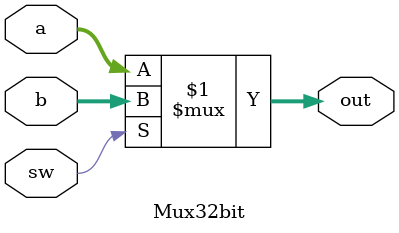
<source format=v>
`timescale 1ns / 1ps
module Mux32bit(
    input [31:0]a,
    input [31:0]b,
    input sw,
    output [31:0]out
    );

assign out=sw?b:a;		//1:b   0:a
endmodule

</source>
